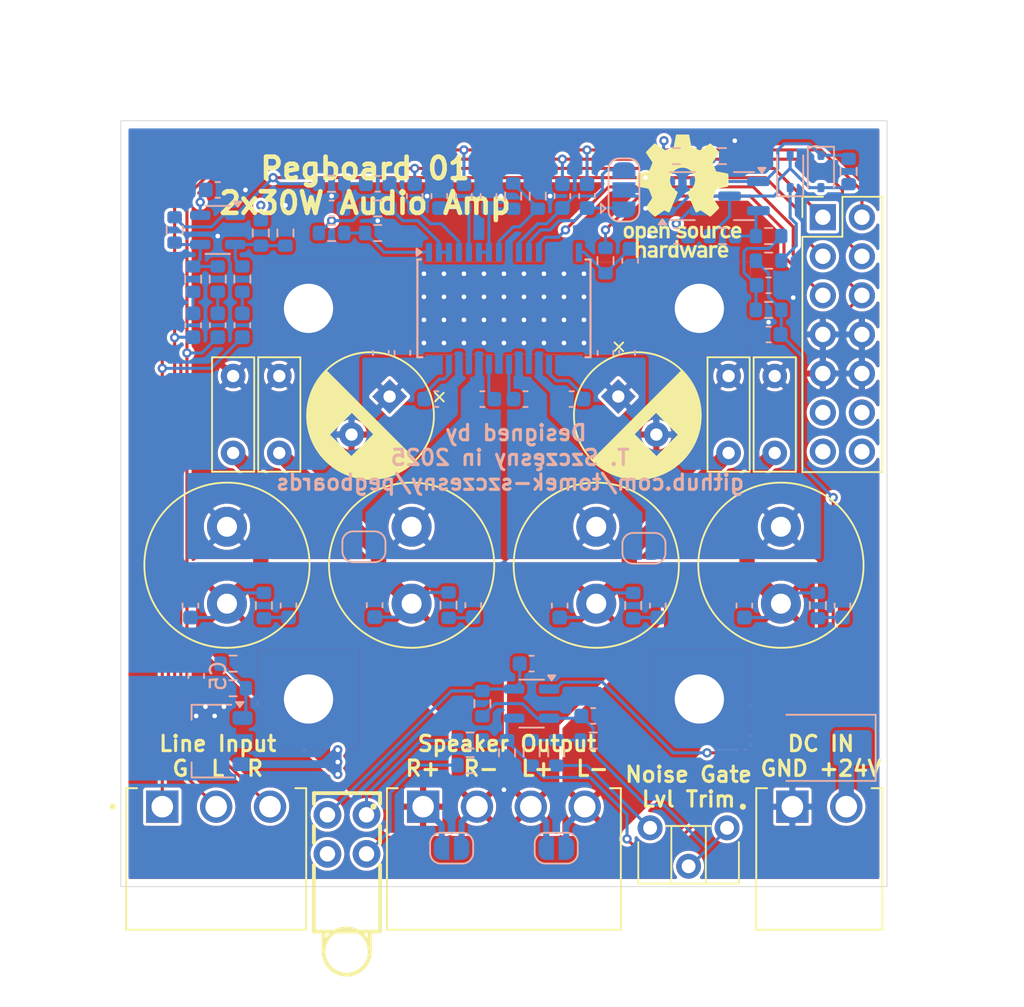
<source format=kicad_pcb>
(kicad_pcb (version 20240108) (generator "pcbnew") (generator_version "8.0")
  (layers (0 "F.Cu" signal) (1 "In1.Cu" signal) (2 "In2.Cu" signal) (31 "B.Cu" signal) (34 "B.Paste" user) (35 "F.Paste" user) (36 "B.SilkS" user "B.Silkscreen") (37 "F.SilkS" user "F.Silkscreen") (38 "B.Mask" user) (39 "F.Mask" user) (44 "Edge.Cuts" user))
  (net 0 "")
  (net 1 "GND")
  (net 2 "Net-(C1-Pad2)")
  (net 3 "Net-(C2-Pad2)")
  (net 4 "Net-(C3-Pad2)")
  (net 5 "/PEAK")
  (net 6 "Net-(C14-Pad1)")
  (net 7 "Net-(U4-INPR)")
  (net 8 "Net-(U4-INNR)")
  (net 9 "Net-(JP1-B)")
  (net 10 "Net-(JP1-A)")
  (net 11 "Net-(U4-GVDD)")
  (net 12 "+24V")
  (net 13 "Net-(U4-SYNC)")
  (net 14 "Net-(JP2-B)")
  (net 15 "Net-(U4-BSPR)")
  (net 16 "Net-(JP2-A)")
  (net 17 "Net-(U4-BSNR)")
  (net 18 "Net-(JP3-B)")
  (net 19 "Net-(U4-BSPL)")
  (net 20 "/R+")
  (net 21 "/R-")
  (net 22 "/L+")
  (net 23 "/L-")
  (net 24 "Net-(JP3-A)")
  (net 25 "Net-(U4-BNSL)")
  (net 26 "+12V")
  (net 27 "/INL")
  (net 28 "/ING")
  (net 29 "/INR")
  (net 30 "/SYNC")
  (net 31 "/EN")
  (net 32 "/MUTE")
  (net 33 "Net-(C37-Pad2)")
  (net 34 "Net-(C38-Pad2)")
  (net 35 "Net-(C39-Pad2)")
  (net 36 "Net-(C6-Pad2)")
  (net 37 "Net-(C40-Pad2)")
  (net 38 "Net-(D1-K)")
  (net 39 "Net-(D1-A)")
  (net 40 "Net-(D1-COM)")
  (net 41 "Net-(D3-K)")
  (net 42 "Net-(D4-A2)")
  (net 43 "Net-(D4-A1)")
  (net 44 "/SUM")
  (net 45 "Net-(U2-ADJ)")
  (net 46 "Net-(U4-GAIN{slash}SLV)")
  (net 47 "Net-(U4-MODSEL)")
  (net 48 "Net-(U3-+)")
  (net 49 "Net-(R18-Pad2)")
  (net 50 "Net-(R18-Pad1)")
  (net 51 "Net-(U5--)")
  (net 52 "Net-(U5-+)")
  (footprint "libs:LED-TH_MHK2396YGBTD" (layer "F.Cu") (at 180.3 135.8)
    (property "Reference" "D4" (hide yes))
    (property "Value" "MHK2396YGBTD")
  )
  (footprint "Inductor_THT:L_Radial_D10.5mm_P5.00mm_Abacron_AISR-01" (layer "F.Cu") (at 196.5 115.8 -90)
    (property "Reference" "L3" (hide yes))
    (property "Value" "RFS1113-103ME")
  )
  (footprint "Inductor_THT:L_Radial_D10.5mm_P5.00mm_Abacron_AISR-01" (layer "F.Cu") (at 172.5 115.8 -90)
    (property "Reference" "L1" (hide yes))
    (property "Value" "RFS1113-103ME")
  )
  (footprint "Capacitor_THT:C_Rect_L7.2mm_W2.5mm_P5.00mm_FKS2_FKP2_MKS2_MKP2" (layer "F.Cu") (at 175.9 111 90)
    (property "Reference" "C30" (hide yes))
    (property "Value" "B32529C684J")
  )
  (footprint "Capacitor_THT:CP_Radial_D8.0mm_P3.50mm" (layer "F.Cu") (at 183.068601 107.331399 -135)
    (property "Reference" "C27" (hide yes))
    (property "Value" "EEUFR1V221")
  )
  (footprint "Capacitor_THT:C_Rect_L7.2mm_W2.5mm_P5.00mm_FKS2_FKP2_MKS2_MKP2" (layer "F.Cu") (at 172.9 106 -90)
    (property "Reference" "C29" (hide yes))
    (property "Value" "B32529C684J")
  )
  (footprint "Capacitor_THT:C_Rect_L7.2mm_W2.5mm_P5.00mm_FKS2_FKP2_MKS2_MKP2" (layer "F.Cu") (at 208.1 106 -90)
    (property "Reference" "C32" (hide yes))
    (property "Value" "B32529C684J")
  )
  (footprint "Potentiometer_THT:Potentiometer_Piher_PT-6-H_Horizontal" (layer "F.Cu") (at 205 135.375 -90)
    (property "Reference" "RV1" (hide yes))
    (property "Value" "PT6KH-103A2020")
  )
  (footprint "libs:CUI_TBP03R1-350-04BE" (layer "F.Cu") (at 185.2475 134)
    (property "Reference" "J4" (hide yes))
    (property "Value" "CUI 3.5mm")
  )
  (footprint "Connector_PinHeader_2.54mm:PinHeader_2x07_P2.54mm_Vertical" (layer "F.Cu") (at 211.225 95.675)
    (property "Reference" "J3" (hide yes))
    (property "Value" "Conn_02x07_Odd_Even")
  )
  (footprint "MountingHole:MountingHole_3.2mm_M3_DIN965_Pad" (layer "F.Cu") (at 203.2 101.6)
    (property "Reference" "H3" (hide yes))
    (property "Value" "M3")
  )
  (footprint "Symbol:OSHW-Logo_7.5x8mm_SilkScreen" (layer "F.Cu") (at 202.1 94.3)
    (property "Reference" "SYM1" (hide yes))
    (property "Value" "Logo_Open_Hardware_Small" (hide yes))
  )
  (footprint "MountingHole:MountingHole_3.2mm_M3_DIN965_Pad" (layer "F.Cu") (at 177.8 101.6)
    (property "Reference" "H1" (hide yes))
    (property "Value" "M3")
  )
  (footprint "Capacitor_THT:C_Rect_L7.2mm_W2.5mm_P5.00mm_FKS2_FKP2_MKS2_MKP2" (layer "F.Cu") (at 205.1 111 90)
    (property "Reference" "C31" (hide yes))
    (property "Value" "B32529C684J")
  )
  (footprint "Capacitor_THT:CP_Radial_D8.0mm_P3.50mm" (layer "F.Cu") (at 197.931399 107.331399 -45)
    (property "Reference" "C28" (hide yes))
    (property "Value" "EEUFR1V221")
  )
  (footprint "MountingHole:MountingHole_3.2mm_M3_DIN965_Pad" (layer "F.Cu") (at 203.2 127)
    (property "Reference" "H4" (hide yes))
    (property "Value" "M3")
  )
  (footprint "Inductor_THT:L_Radial_D10.5mm_P5.00mm_Abacron_AISR-01" (layer "F.Cu") (at 208.5 115.8 -90)
    (property "Reference" "L4" (hide yes))
    (property "Value" "RFS1113-103ME")
  )
  (footprint "MountingHole:MountingHole_3.2mm_M3_DIN965_Pad" (layer "F.Cu") (at 177.8 127)
    (property "Reference" "H2" (hide yes))
    (property "Value" "M3")
  )
  (footprint "Inductor_THT:L_Radial_D10.5mm_P5.00mm_Abacron_AISR-01" (layer "F.Cu") (at 184.5 115.8 -90)
    (property "Reference" "L2" (hide yes))
    (property "Value" "RFS1113-103ME")
  )
  (footprint "libs:CUI_TBP03R1-350-02BE" (layer "F.Cu") (at 209.2475 134)
    (property "Reference" "J1" (hide yes))
    (property "Value" "CUI 3.5mm")
  )
  (footprint "libs:CUI_TBP03R1-350-03BE" (layer "F.Cu") (at 168.2975 134)
    (property "Reference" "J2" (hide yes))
    (property "Value" "CUI 3.5mm")
  )
  (footprint "Resistor_SMD:R_0603_1608Metric" (layer "B.Cu") (at 182.3 96.7 180)
    (property "Reference" "R25" (hide yes))
    (property "Value" "0R")
  )
  (footprint "Package_TO_SOT_SMD:SOT-23-5" (layer "B.Cu") (at 192.3 127.3 180)
    (property "Reference" "U3" (hide yes))
    (property "Value" "TL331BIDBVR")
  )
  (footprint "Capacitor_SMD:C_0603_1608Metric" (layer "B.Cu") (at 191.9 107.5)
    (property "Reference" "C21" (hide yes))
    (property "Value" "220n 50V")
  )
  (footprint "Resistor_SMD:R_0603_1608Metric" (layer "B.Cu") (at 186.9 120.9 -90)
    (property "Reference" "R28" (hide yes))
    (property "Value" "3R3")
  )
  (footprint "Resistor_SMD:R_0603_1608Metric" (layer "B.Cu") (at 171.9 99.7 90)
    (property "Reference" "R3" (hide yes))
    (property "Value" "200k")
  )
  (footprint "Capacitor_SMD:C_0603_1608Metric" (layer "B.Cu") (at 206.125 120.925 -90)
    (property "Reference" "C36" (hide yes))
    (property "Value" "1n 35V")
  )
  (footprint "Capacitor_SMD:C_0603_1608Metric" (layer "B.Cu") (at 183.9 104.5 90)
    (property "Reference" "C23" (hide yes))
    (property "Value" "1n 35V")
  )
  (footprint "Capacitor_SMD:C_0603_1608Metric" (layer "B.Cu") (at 170.5 125.5 90)
    (property "Reference" "C5")
    (property "Value" "1u 50V")
  )
  (footprint "Jumper:SolderJumper-2_P1.3mm_Open_RoundedPad1.0x1.5mm" (layer "B.Cu") (at 193.9 136.7 180)
    (property "Reference" "JP5" (hide yes))
    (property "Value" "Jumper2")
  )
  (footprint "Resistor_SMD:R_0603_1608Metric" (layer "B.Cu") (at 188.3 129.7 180)
    (property "Reference" "R19" (hide yes))
    (property "Value" "10k")
  )
  (footprint "Resistor_SMD:R_0603_1608Metric" (layer "B.Cu") (at 190.7 130.5 90)
    (property "Reference" "R33" (hide yes))
    (property "Value" "10k")
  )
  (footprint "Capacitor_SMD:C_0603_1608Metric" (layer "B.Cu") (at 207.7 103.3)
    (property "Reference" "C7" (hide yes))
    (property "Value" "1u 50V")
  )
  (footprint "Resistor_SMD:R_0603_1608Metric" (layer "B.Cu") (at 179.3 93.5)
    (property "Reference" "R16" (hide yes))
    (property "Value" "1k")
  )
  (footprint "Capacitor_SMD:C_0603_1608Metric" (layer "B.Cu") (at 195.9 94.3 -90)
    (property "Reference" "C13" (hide yes))
    (property "Value" "1u 50V")
  )
  (footprint "Jumper:SolderJumper-3_P1.3mm_Open_RoundedPad1.0x1.5mm" (layer "B.Cu") (at 198.3 93.9 90)
    (property "Reference" "JP1" (hide yes))
    (property "Value" "Jumper3")
  )
  (footprint "Resistor_SMD:R_0603_1608Metric" (layer "B.Cu") (at 188.3 131.3 180)
    (property "Reference" "R20" (hide yes))
    (property "Value" "10k")
  )
  (footprint "Capacitor_SMD:C_0603_1608Metric" (layer "B.Cu") (at 200.5 120.925 -90)
    (property "Reference" "C39" (hide yes))
    (property "Value" "1n 35V")
  )
  (footprint "Capacitor_SMD:C_0603_1608Metric" (layer "B.Cu") (at 192.3 124.7)
    (property "Reference" "C15" (hide yes))
    (property "Value" "100n 35V")
  )
  (footprint "Jumper:SolderJumper-2_P1.3mm_Open_RoundedPad1.0x1.5mm" (layer "B.Cu") (at 199.6 117.2 180)
    (property "Reference" "JP3" (hide yes))
    (property "Value" "Jumper2")
  )
  (footprint "Capacitor_SMD:C_0603_1608Metric" (layer "B.Cu") (at 170.125 120.925 -90)
    (property "Reference" "C33" (hide yes))
    (property "Value" "1n 35V")
  )
  (footprint "Resistor_SMD:R_0603_1608Metric" (layer "B.Cu") (at 169.1 96.5 90)
    (property "Reference" "R12" (hide yes))
    (property "Value" "100k")
  )
  (footprint "Capacitor_SMD:C_0603_1608Metric" (layer "B.Cu") (at 198.5 104.5 90)
    (property "Reference" "C26" (hide yes))
    (property "Value" "100n 35V")
  )
  (footprint "Capacitor_SMD:C_0603_1608Metric" (layer "B.Cu") (at 194.3 94.3 -90)
    (property "Reference" "C12" (hide yes))
    (property "Value" "1u 50V")
  )
  (footprint "Diode_SMD:D_SOD-323" (layer "B.Cu") (at 209.1 92.7 90)
    (property "Reference" "D3" (hide yes))
    (property "Value" "1N4148WS")
  )
  (footprint "Resistor_SMD:R_0603_1608Metric" (layer "B.Cu") (at 179.3 96.7)
    (property "Reference" "R26" (hide yes))
    (property "Value" "0R")
  )
  (footprint "Package_TO_SOT_SMD:SOT-23-5" (layer "B.Cu") (at 171.9 96.5 180)
    (property "Reference" "U5" (hide yes))
    (property "Value" "TL071HIDBVR")
  )
  (footprint "Capacitor_SMD:C_0603_1608Metric" (layer "B.Cu") (at 194.125 120.925 -90)
    (property "Reference" "C35" (hide yes))
    (property "Value" "1n 35V")
  )
  (footprint "Resistor_SMD:R_0603_1608Metric" (layer "B.Cu") (at 192.7 94.3 90)
    (property "Reference" "R23" (hide yes))
    (property "Value" "5k6")
  )
  (footprint "Capacitor_SMD:C_0603_1608Metric" (layer "B.Cu") (at 171.9 102.7 90)
    (property "Reference" "C1" (hide yes))
    (property "Value" "1u 50V")
  )
  (footprint "Capacitor_SMD:C_0603_1608Metric" (layer "B.Cu") (at 188.5 120.9 -90)
    (property "Reference" "C38" (hide yes))
    (property "Value" "1n 35V")
  )
  (footprint "Resistor_SMD:R_0603_1608Metric" (layer "B.Cu") (at 204.7 96.9 180)
    (property "Reference" "R11" (hide yes))
    (property "Value" "470k")
  )
  (footprint "Capacitor_SMD:C_0603_1608Metric" (layer "B.Cu") (at 201.7 96.9 180)
    (property "Reference" "C42" (hide yes))
    (property "Value" "100n 35V")
  )
  (footprint "Capacitor_SMD:C_0603_1608Metric" (layer "B.Cu") (at 189.1 107.5 180)
    (property "Reference" "C20" (hide yes))
    (property "Value" "220n 50V")
  )
  (footprint "Capacitor_SMD:C_0603_1608Metric" (layer "B.Cu") (at 194.9 107.5 180)
    (property "Reference" "C22" (hide yes))
    (property "Value" "220n 50V")
  )
  (footprint "Resistor_SMD:R_0603_1608Metric" (layer "B.Cu") (at 210.9 120.925 -90)
    (property "Reference" "R30" (hide yes))
    (property "Value" "3R3")
  )
  (footprint "Resistor_SMD:R_0603_1608Metric" (layer "B.Cu") (at 172.9 126.3 180)
    (property "Reference" "R8" (hide yes))
    (property "Value" "1k5")
  )
  (footprint "Resistor_SMD:R_0603_1608Metric" (layer "B.Cu") (at 182.3 95.1)
    (property "Reference" "R24" (hide yes))
    (property "Value" "100k")
  )
  (footprint "Resistor_SMD:R_0603_1608Metric" (layer "B.Cu") (at 204.7 91.7)
    (property "Reference" "R1" (hide yes))
    (property "Value" "10k")
  )
  (footprint "Resistor_SMD:R_0603_1608Metric" (layer "B.Cu") (at 174.9 120.925 -90)
    (property "Reference" "R27" (hide yes))
    (property "Value" "3R3")
  )
  (footprint "Resistor_SMD:R_0603_1608Metric" (layer "B.Cu") (at 176.3 96.7 90)
    (property "Reference" "R6" (hide yes))
    (property "Value" "200k")
  )
  (footprint "Capacitor_SMD:C_0603_1608Metric" (layer "B.Cu") (at 184.7 94.3 -90)
    (property "Reference" "C10" (hide yes))
    (property "Value" "1u 50V")
  )
  (footprint "Capacitor_SMD:C_0603_1608Metric" (layer "B.Cu") (at 171.9 93.9)
    (property "Reference" "C41" (hide yes))
    (property "Value" "100n 35V")
  )
  (footprint "Capacitor_SMD:C_0603_1608Metric" (layer "B.Cu") (at 182.3 93.5)
    (property "Reference" "C14" (hide yes))
    (property "Value" "1u 50V")
  )
  (footprint "Package_TO_SOT_SMD:SOT-23" (layer "B.Cu") (at 206.1 94.3 180)
    (property "Reference" "D1" (hide yes))
    (property "Value" "BAT54S")
  )
  (footprint "Capacitor_SMD:C_0603_1608Metric" (layer "B.Cu") (at 176.5 120.925 -90)
    (property "Reference" "C37" (hide yes))
    (property "Value" "1n 35V")
  )
  (footprint "Capacitor_SMD:C_0603_1608Metric" (layer "B.Cu") (at 170.3 102.7 90)
    (property "Reference" "C2" (hide yes))
    (property "Value" "1u 50V")
  )
  (footprint "Resistor_SMD:R_0603_1608Metric" (layer "B.Cu") (at 172.9 124.7 180)
    (property "Reference" "R9" (hide yes))
    (property "Value" "13k")
  )
  (footprint "Capacitor_SMD:C_0603_1608Metric" (layer "B.Cu") (at 198.7 98.5 90)
    (property "Reference" "C18" (hide yes))
    (property "Value" "1n 35V")
  )
  (footprint "Package_TO_SOT_SMD:SOT-23-5" (layer "B.Cu") (at 202.1 94.3)
    (property "Reference" "U1" (hide yes))
    (property "Value" "TL071HIDBVR")
  )
  (footprint "Package_SO:HTSSOP-32-1EP_6.1x11mm_P0.65mm_EP5.2x11mm_Mask4.11x4.36mm_ThermalVias" (layer "B.Cu") (at 190.5 101.6 -90)
    (property "Reference" "U4" (hide yes))
    (property "Value" "TPA3118D2")
  )
  (footprint "Capacitor_SMD:C_0603_1608Metric" (layer "B.Cu") (at 196.3 128.1)
    (property "Reference" "C4" (hide yes))
    (property "Value" "100n 35V")
  )
  (footprint "Resistor_SMD:R_0603_1608Metric" (layer "B.Cu") (at 201.7 91.7)
    (property "Reference" "R2" (hide yes))
    (property "Value" "10k")
  )
  (footprint "Resistor_SMD:R_0603_1608Metric" (layer "B.Cu") (at 189.1 127.3 90)
    (property "Reference" "R17" (hide yes))
    (property "Value" "100k")
  )
  (footprint "Resistor_SMD:R_0603_1608Metric" (layer "B.Cu") (at 212.9 92.7 90)
    (property "Reference" "R10" (hide yes))
    (property "Value" "1M")
  )
  (footprint "Package_TO_SOT_SMD:SOT-89-3" (layer "B.Cu") (at 171.562499 129.7375 180)
    (property "Reference" "U2" (hide yes))
    (property "Value" "LM317L_SOT-89")
  )
  (footprint "Resistor_SMD:R_0603_1608Metric" (layer "B.Cu") (at 173.5 99.7 90)
    (property "Reference" "R5" (hide yes))
    (property "Value" "100k")
  )
  (footprint "Resistor_SMD:R_0603_1608Metric" (layer "B.Cu") (at 207.7 101.7)
    (property "Reference" "R15" (hide yes))
    (property "Value" "100k")
  )
  (footprint "Capacitor_SMD:C_0603_1608Metric" (layer "B.Cu") (at 182.1 120.9 -90)
    (property "Reference" "C34" (hide yes))
    (property "Value" "1n 35V")
  )
  (footprint "Capacitor_SMD:C_0603_1608Metric" (layer "B.Cu") (at 212.5 120.925 -90)
    (property "Reference" "C40" (hide yes))
    (property "Value" "1n 35V")
  )
  (footprint "Resistor_SMD:R_0603_1608Metric" (layer "B.Cu") (at 192.3 130.5 -90)
    (property "Reference" "R31" (hide yes))
    (property "Value" "100k")
  )
  (footprint "Resistor_SMD:R_0603_1608Metric" (layer "B.Cu") (at 170.3 99.7 90)
    (property "Reference" "R4" (hide yes))
    (property "Value" "200k")
  )
  (footprint "Capacitor_SMD:C_0603_1608Metric" (layer "B.Cu") (at 182.5 104.5 90)
    (property "Reference" "C25" (hide yes))
    (property "Value" "100n 35V")
  )
  (footprint "Resistor_SMD:R_0603_1608Metric" (layer "B.Cu") (at 191.1 94.3 -90)
    (property "Reference" "R22" (hide yes))
    (property "Value" "DNI")
  )
  (footprint "Capacitor_SMD:C_0603_1608Metric" (layer "B.Cu") (at 197.1 104.5 90)
    (property "Reference" "C24" (hide yes))
    (property "Value" "1n 35V")
  )
  (footprint "Capacitor_SMD:C_0603_1608Metric" (layer "B.Cu") (at 187.9 94.3 -90)
    (property "Reference" "C11" (hide yes))
    (property "Value" "1u 50V")
  )
  (footprint "Jumper:SolderJumper-2_P1.3mm_Open_RoundedPad1.0x1.5mm" (layer "B.Cu") (at 181.4 117.1 180)
    (property "Reference" "JP2" (hide yes))
    (property "Value" "Jumper2")
  )
  (footprint "Resistor_SMD:R_0603_1608Metric" (layer "B.Cu") (at 196.3 129.7 180)
    (property "Reference" "R32" (hide yes))
    (property "Value" "330")
  )
  (footprint "Resistor_SMD:R_0603_1608Metric" (layer "B.Cu") (at 193.9 130.5 -90)
    (property "Reference" "R18" (hide yes))
    (property "Value" "100k")
  )
  (footprint "Capacitor_SMD:C_0603_1608Metric" (layer "B.Cu") (at 189.5 94.3 -90)
    (property "Reference" "C17" (hide yes))
    (property "Value" "1u 50V")
  )
  (footprint "Resistor_SMD:R_0603_1608Metric" (layer "B.Cu") (at 197.1 98.5 -90)
    (property "Reference" "R21" (hide yes))
    (property "Value" "4k7")
  )
  (footprint "Capacitor_SMD:C_0603_1608Metric" (layer "B.Cu") (at 186.3 94.3 -90)
    (property "Reference" "C16" (hide yes))
    (property "Value" "1u 50V")
  )
  (footprint "Resistor_SMD:R_0603_1608Metric" (layer "B.Cu") (at 198.9 120.925 -90)
    (property "Reference" "R29" (hide yes))
    (property "Value" "3R3")
  )
  (footprint "Resistor_SMD:R_0603_1608Metric" (layer "B.Cu") (at 207.7 96.9)
    (property "Reference" "R13" (hide yes))
    (property "Value" "100k")
  )
  (footprint "Diode_SMD:D_SOD-323" (layer "B.Cu") (at 211.1 92.7 -90)
    (property "Reference" "D2" (hide yes))
    (property "Value" "1N4148WS")
  )
  (footprint "Jumper:SolderJumper-2_P1.3mm_Open_RoundedPad1.0x1.5mm" (layer "B.Cu") (at 187.1 136.7)
    (property "Reference" "JP4" (hide yes))
    (property "Value" "Jumper2")
  )
  (footprint "Capacitor_SMD:C_0603_1608Metric" (layer "B.Cu") (at 207.7 100.1 180)
    (property "Reference" "C6" (hide yes))
    (property "Value" "100n 35V")
  )
  (footprint "Resistor_SMD:R_0603_1608Metric" (layer "B.Cu") (at 174.7 96.7 -90)
    (property "Reference" "R7" (hide yes))
    (property "Value" "200k")
  )
  (footprint "Capacitor_SMD:C_0603_1608Metric" (layer "B.Cu") (at 186.1 107.5)
    (property "Reference" "C19" (hide yes))
    (property "Value" "220n 50V")
  )
  (footprint "Capacitor_SMD:C_0603_1608Metric" (layer "B.Cu") (at 179.3 95.1)
    (property "Reference" "C9" (hide yes))
    (property "Value" "1u 50V")
  )
  (footprint "Capacitor_SMD:C_0603_1608Metric" (layer "B.Cu") (at 173.5 102.7 90)
    (property "Reference" "C3" (hide yes))
    (property "Value" "1u 50V")
  )
  (footprint "Diode_SMD:D_SMB" (layer "B.Cu") (at 211 130.175 180)
    (property "Reference" "D5" (hide yes))
    (property "Value" "SM6T24A")
  )
  (footprint "Resistor_SMD:R_0603_1608Metric" (layer "B.Cu") (at 207.7 98.5 180)
    (property "Reference" "R14" (hide yes))
    (property "Value" "1k")
  )
  (gr_line (start 165.6 139.2) (end 215.4 139.2) (stroke (width 0.05)) (layer "Edge.Cuts"))
  (gr_line (start 215.4 139.2) (end 215.4 89.4) (stroke (width 0.05)) (layer "Edge.Cuts"))
  (gr_line (start 165.6 139.2) (end 165.6 89.4) (stroke (width 0.05)) (layer "Edge.Cuts"))
  (gr_line (start 165.6 89.4) (end 215.4 89.4) (stroke (width 0.05)) (layer "Edge.Cuts"))
  (gr_text "Designed by \nT. Szczęsny in 2025\ngithub.com/tomek-szczesny/pegboards\n" (at 190.9 113.5 0) (layer "B.SilkS") (effects (font (size 1 1) (thickness 0.2) (bold yes)) (justify bottom mirror)))
  (gr_text "Pegboard 01\n2x30W Audio Amp" (at 181.475 95.575 0) (layer "F.SilkS") (effects (font (size 1.4 1.4) (thickness 0.3) (bold yes)) (justify bottom)))
  (gr_text "Line Input\nG  L  R" (at 171.9 132.1 0) (layer "F.SilkS") (effects (font (size 1 1) (thickness 0.2) (bold yes)) (justify bottom)))
  (gr_text "DC IN\nGND +24V" (at 211.1 132.1 0) (layer "F.SilkS") (effects (font (size 1 1) (thickness 0.2) (bold yes)) (justify bottom)))
  (gr_text "Noise Gate\nLvl Trim" (at 202.5 134.1 0) (layer "F.SilkS") (effects (font (size 1 1) (thickness 0.2) (bold yes)) (justify bottom)))
  (gr_text "Speaker Output\nR+  R-  L+  L-" (at 190.7 132.1 0) (layer "F.SilkS") (effects (font (size 1 1) (thickness 0.2) (bold yes)) (justify bottom)))
  (via (at 171.9 96.9) (size 0.6) (drill 0.3) (layers "F.Cu" "B.Cu") (net 1))
  (via (at 185.5 94.3) (size 0.6) (drill 0.3) (layers "F.Cu" "B.Cu") (net 1))
  (via (at 199.95 96.9) (size 0.6) (drill 0.3) (layers "F.Cu" "B.Cu") (net 1))
  (via (at 179.3 94.3) (size 0.6) (drill 0.3) (layers "F.Cu" "B.Cu") (net 1))
  (via (at 199.7 95.1) (size 0.6) (drill 0.3) (layers "F.Cu" "B.Cu") (net 1))
  (via (at 193.5 94.3) (size 0.6) (drill 0.3) (layers "F.Cu" "B.Cu") (net 1))
  (via (at 173.7 93.9) (size 0.6) (drill 0.3) (layers "F.Cu" "B.Cu") (net 1))
  (via (at 190.5 132.9) (size 0.6) (drill 0.3) (layers "F.Cu" "B.Cu") (net 1))
  (via (at 209.3 100.9) (size 0.6) (drill 0.3) (layers "F.Cu" "B.Cu") (net 1))
  (via (at 190.3 94.3) (size 0.6) (drill 0.3) (layers "F.Cu" "B.Cu") (net 1))
  (via (at 182.3 95.9) (size 0.6) (drill 0.3) (layers "F.Cu" "B.Cu") (net 1))
  (via (at 176.3 94.9) (size 0.6) (drill 0.3) (layers "F.Cu" "B.Cu") (net 1))
  (via (at 207.7 102.5) (size 0.6) (drill 0.3) (layers "F.Cu" "B.Cu") (net 1))
  (via (at 205.5 90.7) (size 0.6) (drill 0.3) (layers "F.Cu" "B.Cu") (net 1))
  (segment (start 205.525 91.7) (end 205.525 90.725) (width 0.2) (layer "B.Cu") (net 1))
  (segment (start 194.075 97.95) (end 194.075 100.524999) (width 0.4) (layer "B.Cu") (net 1))
  (segment (start 199.9 94.9) (end 199.7 95.1) (width 0.2) (layer "B.Cu") (net 1))
  (segment (start 206.925 103.275) (end 207.7 102.5) (width 0.2) (layer "B.Cu") (net 1))
  (segment (start 176.3 95.875) (end 176.3 94.9) (width 0.2) (layer "B.Cu") (net 1))
  (segment (start 186.275 93.525) (end 185.5 94.3) (width 0.2) (layer "B.Cu") (net 1))
  (segment (start 206.925 103.3) (end 206.925 103.275) (width 0.2) (layer "B.Cu") (net 1))
  (segment (start 178.525 95.1) (end 178.525 95.075) (width 0.2) (layer "B.Cu") (net 1))
  (segment (start 193.425 99.874999) (end 194.4 100.849999) (width 0.4) (layer "B.Cu") (net 1))
  (segment (start 190.7 131.325) (end 189.15 131.325) (width 0.2) (layer "B.Cu") (net 1))
  (segment (start 189.15 131.325) (end 189.125 131.3) (width 0.2) (layer "B.Cu") (net 1))
  (segment (start 185.275 99.325) (end 185.3 99.35) (width 0.2) (layer "B.Cu") (net 1))
  (segment (start 200.9625 94.3) (end 199.9 94.3) (width 0.2) (layer "B.Cu") (net 1))
  (segment (start 192.125 105.25) (end 192.125 103.225) (width 0.4) (layer "B.Cu") (net 1))
  (segment (start 190.7 132.7) (end 190.7 131.325) (width 0.2) (layer "B.Cu") (net 1))
  (segment (start 190.175 105.25) (end 190.175 104.175) (width 0.4) (layer "B.Cu") (net 1))
  (segment (start 173.0375 96.5) (end 172.3 96.5) (width 0.2) (layer "B.Cu") (net 1))
  (segment (start 188.225 105.25) (end 188.225 104.175) (width 0.4) (layer "B.Cu") (net 1))
  (segment (start 208.5 100.1) (end 209.3 100.9) (width 0.2) (layer "B.Cu") (net 1))
  (segment (start 192.125 103.225) (end 190.5 101.6) (width 0.4) (layer "B.Cu") (net 1))
  (segment (start 178.525 95.075) (end 179.3 94.3) (width 0.2) (layer "B.Cu") (net 1))
  (segment (start 193.425 97.95) (end 193.425 99.874999) (width 0.4) (layer "B.Cu") (net 1))
  (segment (start 205.525 91.7) (end 205.45 91.7) (width 0.2) (layer "B.Cu") (net 1))
  (segment (start 192.7 93.5) (end 193.5 94.3) (width 0.2) (layer "B.Cu") (net 1))
  (segment (start 188.225 103.875) (end 190.5 101.6) (width 0.4) (layer "B.Cu") (net 1))
  (segment (start 194.725 100.524999) (end 194.4 100.849999) (width 0.4) (layer "B.Cu") (net 1))
  (segment (start 194.075 100.524999) (end 194.4 100.849999) (width 0.4) (layer "B.Cu") (net 1))
  (segment (start 190.175 104.175) (end 190.5 103.85) (width 0.4) (layer "B.Cu") (net 1))
  (segment (start 183.1 96.7) (end 182.3 95.9) (width 0.2) (layer "B.Cu") (net 1))
  (segment (start 183.125 96.7) (end 183.1 96.7) (width 0.2) (layer "B.Cu") (net 1))
  (segment (start 199.9 94.3) (end 199.9 94.9) (width 0.2) (layer "B.Cu") (net 1))
  (segment (start 188.225 105.25) (end 188.225 103.875) (width 0.4) (layer "B.Cu") (net 1))
  (segment (start 205.525 90.725) (end 205.5 90.7) (width 0.2) (layer "B.Cu") (net 1))
  (segment (start 190.825 100.525) (end 190.5 100.85) (width 0.4) (layer "B.Cu") (net 1))
  (segment (start 190.5 132.9) (end 190.7 132.7) (width 0.2) (layer "B.Cu") (net 1))
  (segment (start 172.3 96.5) (end 171.9 96.9) (width 0.2) (layer "B.Cu") (net 1))
  (segment (start 199.9 94.3) (end 198.7 94.3) (width 0.2) (layer "B.Cu") (net 1))
  (segment (start 190.175 101.925) (end 190.5 101.6) (width 0.5) (layer "B.Cu") (net 1))
  (segment (start 192.7 93.475) (end 192.7 93.5) (width 0.2) (layer "B.Cu") (net 1))
  (segment (start 194.725 97.95) (end 194.725 100.524999) (width 0.4) (layer "B.Cu") (net 1))
  (segment (start 192.7 93.475) (end 192.675 93.475) (width 0.2) (layer "B.Cu") (net 1))
  (segment (start 208.475 100.1) (end 208.5 100.1) (width 0.2) (layer "B.Cu") (net 1))
  (segment (start 190.825 97.95) (end 190.825 100.525) (width 0.4) (layer "B.Cu") (net 1))
  (segment (start 198.7 94.3) (end 198.3 93.9) (width 0.2) (layer "B.Cu") (net 1))
  (segment (start 192.675 93.45) (end 192.7 93.475) (width 0.2) (layer "B.Cu") (net 1))
  (segment (start 189.5 93.525) (end 189.525 93.525) (width 0.2) (layer "B.Cu") (net 1))
  (segment (start 189.525 93.525) (end 190.3 94.3) (width 0.2) (layer "B.Cu") (net 1))
  (segment (start 186.3 93.525) (end 186.275 93.525) (width 0.2) (layer "B.Cu") (net 1))
  (segment (start 200.925 96.9) (end 199.95 96.9) (width 0.2) (layer "B.Cu") (net 1))
  (segment (start 172.675 93.9) (end 173.7 93.9) (width 0.2) (layer "B.Cu") (net 1))
  (segment (start 188.225 104.175) (end 187.9 103.85) (width 0.4) (layer "B.Cu") (net 1))
  (segment (start 171.9 101.925) (end 171.9 100.525) (width 0.2) (layer "B.Cu") (net 2))
  (segment (start 170.3 101.925) (end 170.3 100.525) (width 0.2) (layer "B.Cu") (net 3))
  (segment (start 173.5 101.925) (end 173.5 100.525) (width 0.2) (layer "B.Cu") (net 4))
  (segment (start 211.9 113.9) (end 211.9 123.7) (width 0.2) (layer "F.Cu") (net 5))
  (segment (start 211.9 124.3) (end 211.9 123.7) (width 0.2) (layer "F.Cu") (net 5))
  (segment (start 205.7 130.5) (end 211.9 124.3) (width 0.2) (layer "F.Cu") (net 5))
  (segment (start 205.7 130.5) (end 203.7 130.5) (width 0.2) (layer "F.Cu") (net 5))
  (via (at 211.9 113.9) (size 0.6) (drill 0.3) (layers "F.Cu" "B.Cu") (net 5))
  (via (at 203.7 130.5) (size 0.6) (drill 0.3) (layers "F.Cu" "B.Cu") (net 5))
  (segment (start 208.525 101.7) (end 208.525 103.25) (width 0.2) (layer "B.Cu") (net 5))
  (segment (start 194.3 125.9) (end 193.85 126.35) (width 0.2) (layer "B.Cu") (net 5))
  (segment (start 208.525 103.25) (end 208.475 103.3) (width 0.2) (layer "B.Cu") (net 5))
  (segment (start 207.7 100.875) (end 208.525 101.7) (width 0.2) (layer "B.Cu") (net 5))
  (segment (start 203.7 130.5) (end 201.5 130.5) (width 0.2) (layer "B.Cu") (net 5))
  (segment (start 207.7 99.325) (end 207.7 100.875) (width 0.2) (layer "B.Cu") (net 5))
  (segment (start 209.9 104.725) (end 209.9 111.9) (width 0.2) (layer "B.Cu") (net 5))
  (segment (start 193.85 126.35) (end 193.4375 126.35) (width 0.2) (layer "B.Cu") (net 5))
  (segment (start 206.875 98.5) (end 207.7 99.325) (width 0.2) (layer "B.Cu") (net 5))
  (segment (start 209.7 104.525) (end 209.9 104.725) (width 0.2) (layer "B.Cu") (net 5))
  (segment (start 201.5 130.5) (end 196.9 125.9) (width 0.2) (layer "B.Cu") (net 5))
  (segment (start 209.9 111.9) (end 211.9 113.9) (width 0.2) (layer "B.Cu") (net 5))
  (segment (start 208.475 103.3) (end 209.7 104.525) (width 0.2) (layer "B.Cu") (net 5))
  (segment (start 194.3 125.9) (end 196.9 125.9) (width 0.2) (layer "B.Cu") (net 5))
  (segment (start 181.525 93.5) (end 180.125 93.5) (width 0.2) (layer "B.Cu") (net 6))
  (segment (start 180.075 93.55) (end 180.125 93.5) (width 0.2) (layer "B.Cu") (net 6))
  (segment (start 180.075 95.1) (end 180.075 93.55) (width 0.2) (layer "B.Cu") (net 6))
  (segment (start 185.725 96.1) (end 184.7 95.075) (width 0.2) (layer "B.Cu") (net 7))
  (segment (start 187.25 96.925) (end 186.425 96.1) (width 0.2) (layer "B.Cu") (net 7))
  (segment (start 187.575 97.25) (end 187.25 96.925) (width 0.2) (layer "B.Cu") (net 7))
  (segment (start 186.425 96.1) (end 185.725 96.1) (width 0.2) (layer "B.Cu") (net 7))
  (segment (start 184.7 95.125) (end 183.075 93.5) (width 0.2) (layer "B.Cu") (net 7))
  (segment (start 187.575 97.95) (end 187.575 97.25) (width 0.2) (layer "B.Cu") (net 7))
  (segment (start 184.7 95.175) (end 184.7 95.125) (width 0.2) (layer "B.Cu") (net 7))
  (segment (start 186.3 95.075) (end 187.9 95.075) (width 0.2) (layer "B.Cu") (net 8))
  (segment (start 188.225 97.95) (end 188.225 95.4) (width 0.2) (layer "B.Cu") (net 8))
  (segment (start 188.225 95.4) (end 187.9 95.075) (width 0.2) (layer "B.Cu") (net 8))
  (segment (start 194.125 95.075) (end 194.3 95.075) (width 0.2) (layer "B.Cu") (net 9))
  (segment (start 192.7 96.1) (end 193.275 96.1) (width 0.2) (layer "B.Cu") (net 9))
  (segment (start 195.075 94.3) (end 196.5 94.3) (width 0.2) (layer "B.Cu") (net 9))
  (segment (start 191.475 97.95) (end 191.475 97.325) (width 0.2) (layer "B.Cu") (net 9))
  (segment (start 194.3 95.075) (end 195.075 94.3) (width 0.2) (layer "B.Cu") (net 9))
  (segment (start 197.2 92.6) (end 198.3 92.6) (width 0.2) (layer "B.Cu") (net 9))
  (segment (start 191.475 97.325) (end 192.7 96.1) (width 0.2) (layer "B.Cu") (net 9))
  (segment (start 196.5 94.3) (end 196.9 93.9) (width 0.2) (layer "B.Cu") (net 9))
  (segment (start 193.275 96.1) (end 194.3 95.075) (width 0.2) (layer "B.Cu") (net 9))
  (segment (start 196.9 92.9) (end 197.2 92.6) (width 0.2) (layer "B.Cu") (net 9))
  (segment (start 196.9 93.9) (end 196.9 92.9) (width 0.2) (layer "B.Cu") (net 9))
  (segment (start 194.1 95.9) (end 195.075 95.9) (width 0.2) (layer "B.Cu") (net 10))
  (segment (start 192.125 97.95) (end 192.125 97.275) (width 0.2) (layer "B.Cu") (net 10))
  (segment (start 198.175 95.075) (end 198.3 95.2) (width 0.2) (layer "B.Cu") (net 10))
  (segment (start 195.9 95.075) (end 198.175 95.075) (width 0.2) (layer "B.Cu") (net 10))
  (segment (start 192.9 96.5) (end 193.5 96.5) (width 0.2) (layer "B.Cu") (net 10))
  (segment (start 193.5 96.5) (end 194.1 95.9) (width 0.2) (layer "B.Cu") (net 10))
  (segment (start 195.075 95.9) (end 195.9 95.075) (width 0.2) (layer "B.Cu") (net 10))
  (segment (start 192.125 97.275) (end 192.9 96.5) (width 0.2) (layer "B.Cu") (net 10))
  (segment (start 188.875 97.95) (end 189.525 97.95) (width 0.2) (layer "B.Cu") (net 11))
  (segment (start 189.55 95.125) (end 189.5 95.075) (width 0.2) (layer "B.Cu") (net 11))
  (segment (start 189.525 95.1) (end 189.5 95.075) (width 0.2) (layer "B.Cu") (net 11))
  (segment (start 189.525 97.95) (end 189.525 95.1) (width 0.2) (layer "B.Cu") (net 11))
  (segment (start 191.1 95.125) (end 189.55 95.125) (width 0.2) (layer "B.Cu") (net 11))
  (via (at 179.3 95.9) (size 0.6) (drill 0.3) (layers "F.Cu" "B.Cu") (net 12))
  (via (at 179.7 130.3) (size 0.6) (drill 0.3) (layers "F.Cu" "B.Cu") (net 12))
  (via (at 179.7 131.1) (size 0.6) (drill 0.3) (layers "F.Cu" "B.Cu") (net 12))
  (via (at 179.7 131.9) (size 0.6) (drill 0.3) (layers "F.Cu" "B.Cu") (net 12))
  (segment (start 179.7 130.3) (end 179.7 130.4375) (width 0.5) (layer "B.Cu") (net 12))
  (segment (start 177.9 131.2375) (end 178.9 131.2375) (width 0.5) (layer "B.Cu") (net 12))
  (segment (start 178.5 96.7) (end 179.3 95.9) (width 0.2) (layer "B.Cu") (net 12))
  (segment (start 212.7475 134) (end 212.7475 130.5775) (width 1) (layer "B.Cu") (net 12))
  (segment (start 180.675 95.9) (end 179.3 95.9) (width 0.2) (layer "B.Cu") (net 12))
  (segment (start 173.512499 131.2375) (end 177.9 131.2375) (width 0.5) (layer "B.Cu") (net 12))
  (segment (start 179.5625 131.2375) (end 179.7 131.1) (width 0.5) (layer "B.Cu") (net 12))
  (segment (start 178.475 96.7) (end 178.5 96.7) (width 0.2) (layer "B.Cu") (net 12))
  (segment (start 179.7 130.3) (end 178.7625 131.2375) (width 0.5) (layer "B.Cu") (net 12))
  (segment (start 181.475 95.1) (end 180.675 95.9) (width 0.2) (layer "B.Cu") (net 12))
  (segment (start 212.7475 130.5775) (end 213.15 130.175) (width 1) (layer "B.Cu") (net 12))
  (segment (start 178.9 131.2375) (end 179.5625 131.2375) (width 0.5) (layer "B.Cu") (net 12))
  (segment (start 179.7 131.9) (end 179.0375 131.2375) (width 0.5) (layer "B.Cu") (net 12))
  (segment (start 179.0375 131.2375) (end 178.9 131.2375) (width 0.5) (layer "B.Cu") (net 12))
  (segment (start 179.7 130.3) (end 179.7 131.9) (width 0.5) (layer "B.Cu") (net 12))
  (segment (start 178.7625 131.2375) (end 177.9 131.2375) (width 0.5) (layer "B.Cu") (net 12))
  (segment (start 179.7 130.4375) (end 178.9 131.2375) (width 0.5) (layer "B.Cu") (net 12))
  (segment (start 195.725 97.95) (end 197.1 99.325) (width 0.2) (layer "B.Cu") (net 13))
  (segment (start 197.1 99.325) (end 198.7 97.725) (width 0.2) (layer "B.Cu") (net 13))
  (segment (start 195.375 97.95) (end 195.725 97.95) (width 0.2) (layer "B.Cu") (net 13))
  (segment (start 186.925 105.875) (end 186.6 106.2) (width 0.2) (layer "B.Cu") (net 15))
  (segment (start 185.325 107.175) (end 186.3 106.2) (width 0.2) (layer "B.Cu") (net 15))
  (segment (start 186.3 106.2) (end 186.6 106.2) (width 0.2) (layer "B.Cu") (net 15))
  (segment (start 186.925 105.25) (end 186.925 105.875) (width 0.2) (layer "B.Cu") (net 15))
  (segment (start 185.325 107.5) (end 185.325 107.175) (width 0.2) (layer "B.Cu") (net 15))
  (segment (start 189.525 105.25) (end 189.525 107.45) (width 0.2) (layer "B.Cu") (net 17))
  (segment (start 190.825 107.4) (end 190.925 107.5) (width 0.2) (layer "B.Cu") (net 19))
  (segment (start 190.825 105.25) (end 190.825 107.4) (width 0.2) (layer "B.Cu") (net 19))
  (segment (start 172.5 120.8) (end 174.7 118.6) (width 1) (layer "F.Cu") (net 20))
  (segment (start 174.7 118.6) (end 174.7 112.8) (width 1) (layer "F.Cu") (net 20))
  (segment (start 174.7 112.8) (end 172.9 111) (width 1) (layer "F.Cu") (net 20))
  (segment (start 170.125 121.7) (end 171.6 121.7) (width 0.2) (layer "B.Cu") (net 20))
  (segment (start 173.2 120.1) (end 172.5 120.8) (width 0.2) (layer "B.Cu") (net 20))
  (segment (start 186.450001 135.202501) (end 185.2475 134) (width 0.4) (layer "B.Cu") (net 20))
  (segment (start 171.6 121.7) (end 172.5 120.8) (width 0.2) (layer "B.Cu") (net 20))
  (segment (start 174.9 120.1) (end 173.2 120.1) (width 0.2) (layer "B.Cu") (net 20))
  (segment (start 186.450001 136.7) (end 186.450001 135.202501) (width 0.4) (layer "B.Cu") (net 20))
  (segment (start 175.9 111) (end 182.35 117.45) (width 1) (layer "F.Cu") (net 21))
  (segment (start 182.35 118.65) (end 184.5 120.8) (width 1) (layer "F.Cu") (net 21))
  (segment (start 182.35 117.45) (end 182.35 118.65) (width 1) (layer "F.Cu") (net 21))
  (segment (start 187.749999 136.7) (end 187.749999 134.997501) (width 0.4) (layer "B.Cu") (net 21))
  (segment (start 183.625 121.675) (end 184.5 120.8) (width 0.2) (layer "B.Cu") (net 21))
  (segment (start 185.225 120.075) (end 184.5 120.8) (width 0.2) (layer "B.Cu") (net 21))
  (segment (start 186.9 120.075) (end 185.225 120.075) (width 0.2) (layer "B.Cu") (net 21))
  (segment (start 182.1 121.675) (end 183.625 121.675) (width 0.2) (layer "B.Cu") (net 21))
  (segment (start 187.749999 134.997501) (end 188.7475 134) (width 0.4) (layer "B.Cu") (net 21))
  (segment (start 198.65 118.65) (end 196.5 120.8) (width 1) (layer "F.Cu") (net 22))
  (segment (start 198.65 117.45) (end 198.65 118.65) (width 1) (layer "F.Cu") (net 22))
  (segment (start 205.1 111) (end 198.65 117.45) (width 1) (layer "F.Cu") (net 22))
  (segment (start 193.250001 136.7) (end 193.250001 135.002502) (width 0.4) (layer "B.Cu") (net 22))
  (segment (start 198.9 120.1) (end 197.2 120.1) (width 0.2) (layer "B.Cu") (net 22))
  (segment (start 194.125 121.7) (end 195.6 121.7) (width 0.2) (layer "B.Cu") (net 22))
  (segment (start 193.250001 135.002502) (end 192.247499 134) (width 0.4) (layer "B.Cu") (net 22))
  (segment (start 195.6 121.7) (end 196.5 120.8) (width 0.2) (layer "B.Cu") (net 22))
  (segment (start 197.2 120.1) (end 196.5 120.8) (width 0.2) (layer "B.Cu") (net 22))
  (segment (start 206.3 118.6) (end 206.3 112.8) (width 1) (layer "F.Cu") (net 23))
  (segment (start 208.5 120.8) (end 206.3 118.6) (width 1) (layer "F.Cu") (net 23))
  (segment (start 206.3 112.8) (end 208.1 111) (width 1) (layer "F.Cu") (net 23))
  (segment (start 207.6 121.7) (end 208.5 120.8) (width 0.2) (layer "B.Cu") (net 23))
  (segment (start 209.2 120.1) (end 208.5 120.8) (width 0.2) (layer "B.Cu") (net 23))
  (segment (start 206.125 121.7) (end 207.6 121.7) (width 0.2) (layer "B.Cu") (net 23))
  (segment (start 210.9 120.1) (end 209.2 120.1) (width 0.2) (layer "B.Cu") (net 23))
  (segment (start 194.549999 136.7) (end 194.549999 135.197501) (width 0.4) (layer "B.Cu") (net 23))
  (segment (start 194.549999 135.197501) (end 195.7475 134) (width 0.4) (layer "B.Cu") (net 23))
  (segment (start 193.425 105.25) (end 193.425 105.825) (width 0.2) (layer "B.Cu") (net 25))
  (segment (start 193.425 105.825) (end 193.9 106.3) (width 0.2) (layer "B.Cu") (net 25))
  (segment (start 195.675 107.275) (end 194.7 106.3) (width 0.2) (layer "B.Cu") (net 25))
  (segment (start 195.675 107.5) (end 195.675 107.275) (width 0.2) (layer "B.Cu") (net 25))
  (segment (start 193.9 106.3) (end 194.7 106.3) (width 0.2) (layer "B.Cu") (net 25))
  (via (at 201.7 96.1) (size 0.6) (drill 0.3) (layers "F.Cu" "B.Cu") (net 26))
  (via (at 172.3 127.5) (size 0.6) (drill 0.3) (layers "F.Cu" "B.Cu") (net 26))
  (via (at 200.9 90.7) (size 0.6) (drill 0.3) (layers "F.Cu" "B.Cu") (net 26))
  (via (at 171.7 128.1) (size 0.6) (drill 0.3) (layers "F.Cu" "B.Cu") (net 26))
  (via (at 171.1 127.5) (size 0.6) (drill 0.3) (layers "F.Cu" "B.Cu") (net 26))
  (via (at 174.7 94.9) (size 0.6) (drill 0.3) (layers "F.Cu" "B.Cu") (net 26))
  (via (at 170.5 128.1) (size 0.6) (drill 0.3) (layers "F.Cu" "B.Cu") (net 26))
  (via (at 170.7625 94.7) (size 0.6) (drill 0.3) (layers "F.Cu" "B.Cu") (net 26))
  (segment (start 191.525 124.7) (end 191.525 125.9875) (width 0.2) (layer "B.Cu") (net 26))
  (segment (start 179.03 134.53) (end 187.085 126.475) (width 0.2) (layer "B.Cu") (net 26))
  (segment (start 191.525 125.9875) (end 191.1625 126.35) (width 0.2) (layer "B.Cu") (net 26))
  (segment (start 187.085 126.475) (end 189.1 126.475) (width 0.2) (layer "B.Cu") (net 26))
  (segment (start 202.550001 95.249999) (end 201.7 96.1) (width 0.2) (layer "B.Cu") (net 26))
  (segment (start 170.7625 95.55) (end 170.7625 94.7) (width 0.2) (layer "B.Cu") (net 26))
  (segment (start 170.7625 94.7) (end 170.7625 94.2625) (width 0.2) (layer "B.Cu") (net 26))
  (segment (start 170.7625 94.2625) (end 171.125 93.9) (width 0.2) (layer "B.Cu") (net 26))
  (segment (start 203.2375 95.249999) (end 202.550001 95.249999) (width 0.2) (layer "B.Cu") (net 26))
  (segment (start 190.7625 126.35) (end 189.225 126.35) (width 0.2) (layer "B.Cu") (net 26))
  (segment (start 174.7 95.875) (end 174.7 94.9) (width 0.2) (layer "B.Cu") (net 26))
  (segment (start 189.225 126.35) (end 189.1 126.475) (width 0.2) (layer "B.Cu") (net 26))
  (segment (start 202.475 96.875) (end 201.7 96.1) (width 0.2) (layer "B.Cu") (net 26))
  (segment (start 202.475 96.9) (end 202.475 96.875) (width 0.2) (layer "B.Cu") (net 26))
  (segment (start 200.875 90.725) (end 200.9 90.7) (width 0.2) (layer "B.Cu") (net 26))
  (segment (start 200.875 91.7) (end 200.875 90.725) (width 0.2) (layer "B.Cu") (net 26))
  (segment (start 194.3 91.9) (end 193.3 91.9) (width 0.2) (layer "F.Cu") (net 27))
  (segment (start 210.5 91.9) (end 212.5 93.9) (width 0.2) (layer "F.Cu") (net 27))
  (segment (start 169.1 103.5) (end 169.1 94.3) (width 0.2) (layer "F.Cu") (net 27))
  (segment (start 212.5 93.9) (end 212.5 96.5) (width 0.2) (layer "F.Cu") (net 27))
  (segment (start 171.7975 134) (end 169.1 131.3025) (width 0.2) (layer "F.Cu") (net 27))
  (segment (start 194.3 91.9) (end 210.5 91.9) (width 0.2) (layer "F.Cu") (net 27))
  (segment (start 169.1 94.3) (end 171.5 91.9) (width 0.2) (layer "F.Cu") (net 27))
  (segment (start 169.1 131.3025) (end 169.1 103.5) (width 0.2) (layer "F.Cu") (net 27))
  (segment (start 212.5 96.95) (end 212.5 96.5) (width 0.2) (layer "F.Cu") (net 27))
  (segment (start 213.765 98.215) (end 212.5 96.95) (width 0.2) (layer "F.Cu") (net 27))
  (segment (start 171.5 91.9) (end 193.5 91.9) (width 0.2) (layer "F.Cu") (net 27))
  (via (at 169.1 103.5) (size 0.6) (drill 0.3) (layers "F.Cu" "B.Cu") (net 27))
  (via (at 194.3 91.9) (size 0.6) (drill 0.3) (layers "F.Cu" "B.Cu") (net 27))
  (segment (start 169.125 103.475) (end 169.1 103.5) (width 0.2) (layer "B.Cu") (net 27))
  (segment (start 194.3 93.525) (end 194.3 91.9) (width 0.2) (layer "B.Cu") (net 27))
  (segment (start 170.3 103.475) (end 169.125 103.475) (width 0.2) (layer "B.Cu") (net 27))
  (segment (start 211.1 91.3) (end 213.765 93.965) (width 0.2) (layer "F.Cu") (net 28))
  (segment (start 195.9 91.3) (end 211.1 91.3) (width 0.2) (layer "F.Cu") (net 28))
  (segment (start 171.3 91.3) (end 187.9 91.3) (width 0.2) (layer "F.Cu") (net 28))
  (segment (start 195.9 91.3) (end 187.9 91.3) (width 0.2) (layer "F.Cu") (net 28))
  (segment (start 213.765 93.965) (end 213.765 95.675) (width 0.2) (layer "F.Cu") (net 28))
  (segment (start 168.2975 134) (end 168.2975 105.5) (width 0.2) (layer "F.Cu") (net 28))
  (segment (start 168.2975 94.3025) (end 171.3 91.3) (width 0.2) (layer "F.Cu") (net 28))
  (segment (start 168.2975 105.5) (end 168.2975 94.3025) (width 0.2) (layer "F.Cu") (net 28))
  (via (at 187.9 91.3) (size 0.6) (drill 0.3) (layers "F.Cu" "B.Cu") (net 28))
  (via (at 168.2975 105.5) (size 0.6) (drill 0.3) (layers "F.Cu" "B.Cu") (net 28))
  (via (at 195.9 91.3) (size 0.6) (drill 0.3) (layers "F.Cu" "B.Cu") (net 28))
  (segment (start 187.9 93.525) (end 187.9 91.3) (width 0.2) (layer "B.Cu") (net 28))
  (segment (start 171.475 105.5) (end 168.2975 105.5) (width 0.2) (layer "B.Cu") (net 28))
  (segment (start 173.5 103.475) (end 171.475 105.5) (width 0.2) (layer "B.Cu") (net 28))
  (segment (start 195.9 91.3) (end 195.9 93.525) (width 0.2) (layer "B.Cu") (net 28))
  (segment (start 208.05 92.5) (end 207.1 92.5) (width 0.2) (layer "F.Cu") (net 29))
  (segment (start 169.9 104.5) (end 169.9 94.3) (width 0.2) (layer "F.Cu") (net 29))
  (segment (start 184.7 92.5) (end 207.1 92.5) (width 0.2) (layer "F.Cu") (net 29))
  (segment (start 211.225 95.675) (end 208.05 92.5) (width 0.2) (layer "F.Cu") (net 29))
  (segment (start 211.225 96.275) (end 211.225 96.225) (width 0.2) (layer "F.Cu") (net 29))
  (segment (start 171.7 92.5) (end 184.7 92.5) (width 0.2) (layer "F.Cu") (net 29))
  (segment (start 175.2975 134) (end 169.9 128.6025) (width 0.2) (layer "F.Cu") (net 29))
  (segment (start 169.9 128.6025) (end 169.9 104.5) (width 0.2) (layer "F.Cu") (net 29))
  (segment (start 169.9 94.3) (end 171.7 92.5) (width 0.2) (layer "F.Cu") (net 29))
  (via (at 184.7 92.5) (size 0.6) (drill 0.3) (layers "F.Cu" "B.Cu") (net 29))
  (via (at 169.9 104.5) (size 0.6) (drill 0.3) (layers "F.Cu" "B.Cu") (net 29))
  (segment (start 171.9 103.475) (end 170.875 104.5) (width 0.2) (layer "B.Cu") (net 29))
  (segment (start 184.7 93.525) (end 184.7 92.5) (width 0.2) (layer "B.Cu") (net 29))
  (segment (start 170.875 104.5) (end 169.9 104.5) (width 0.2) (layer "B.Cu") (net 29))
  (segment (start 199.3 94.3) (end 197.1 96.5) (width 0.2) (layer "F.Cu") (net 30))
  (segment (start 208.7 97.7) (end 208.7 96.5) (width 0.2) (layer "F.Cu") (net 30))
  (segment (start 208.7 96.5) (end 206.5 94.3) (width 0.2) (layer "F.Cu") (net 30))
  (segment (start 208.7 98.23) (end 208.7 97.7) (width 0.2) (layer "F.Cu") (net 30))
  (segment (start 206.5 94.3) (end 199.3 94.3) (width 0.2) (layer "F.Cu") (net 30))
  (segment (start 211.225 100.755) (end 208.7 98.23) (width 0.2) (layer "F.Cu") (net 30))
  (via (at 197.1 96.5) (size 0.6) (drill 0.3) (layers "F.Cu" "B.Cu") (net 30))
  (segment (start 197.1 97.675) (end 197.1 96.5) (width 0.2) (layer "B.Cu") (net 30))
  (segment (start 186.275 97.275) (end 184.9 95.9) (width 0.2) (layer "B.Cu") (net 31))
  (segment (start 183.925 95.9) (end 183.125 95.1) (width 0.2) (layer "B.Cu") (net 31))
  (segment (start 186.275 97.95) (end 186.275 97.275) (width 0.2) (layer "B.Cu") (net 31))
  (segment (start 186.925 97.95) (end 186.275 97.95) (width 0.2) (layer "B.Cu") (net 31))
  (segment (start 184.9 95.9) (end 183.925 95.9) (width 0.2) (layer "B.Cu") (net 31))
  (segment (start 213.765 100.755) (end 212.51 99.5) (width 0.2) (layer "F.Cu") (net 32))
  (segment (start 199.3 136.9) (end 201.1 136.9) (width 0.2) (layer "F.Cu") (net 32))
  (segment (start 209.3 98.1) (end 209.3 97.5) (width 0.2) (layer "F.Cu") (net 32))
  (segment (start 206.3 131.7) (end 206.9 131.7) (width 0.2) (layer "F.Cu") (net 32))
  (segment (start 210.7 99.5) (end 209.3 98.1) (width 0.2) (layer "F.Cu") (net 32))
  (segment (start 209.3 96.3) (end 206.7 93.7) (width 0.2) (layer "F.Cu") (net 32))
  (segment (start 213.5 113.7) (end 212.5 112.7) (width 0.2) (layer "F.Cu") (net 32))
  (segment (start 212.5 102.02) (end 213.765 100.755) (width 0.2) (layer "F.Cu") (net 32))
  (segment (start 212.5 112.7) (end 212.5 102.02) (width 0.2) (layer "F.Cu") (net 32))
  (segment (start 209.3 97.5) (end 209.3 96.3) (width 0.2) (layer "F.Cu") (net 32))
  (segment (start 198.5 136.1) (end 199.3 136.9) (width 0.2) (layer "F.Cu") (net 32))
  (segment (start 206.7 93.7) (end 197.3 93.7) (width 0.2) (layer "F.Cu") (net 32))
  (segment (start 213.5 125.1) (end 213.5 113.7) (width 0.2) (layer "F.Cu") (net 32))
  (segment (start 201.1 136.9) (end 206.3 131.7) (width 0.2) (layer "F.Cu") (net 32))
  (segment (start 206.9 131.7) (end 213.5 125.1) (width 0.2) (layer "F.Cu") (net 32))
  (segment (start 212.51 99.5) (end 210.7 99.5) (width 0.2) (layer "F.Cu") (net 32))
  (segment (start 197.3 93.7) (end 194.5 96.5) (width 0.2) (layer "F.Cu") (net 32))
  (via (at 194.5 96.5) (size 0.6) (drill 0.3) (layers "F.Cu" "B.Cu") (net 32))
  (via (at 198.5 136.1) (size 0.6) (drill 0.3) (layers "F.Cu" "B.Cu") (net 32))
  (segment (start 196.1 132.1) (end 198.5 134.5) (width 0.2) (layer "B.Cu") (net 32))
  (segment (start 193.075 132.1) (end 196.1 132.1) (width 0.2) (layer "B.Cu") (net 32))
  (segment (start 190.7 129.675) (end 190.7 128.3125) (width 0.2) (layer "B.Cu") (net 32))
  (segment (start 194.025 96.975) (end 194.5 96.5) (width 0.2) (layer "B.Cu") (net 32))
  (segment (start 192.775 97.375) (end 193.175 96.975) (width 0.2) (layer "B.Cu") (net 32))
  (segment (start 190.7 129.725) (end 192.3 131.325) (width 0.2) (layer "B.Cu") (net 32))
  (segment (start 190.7 129.675) (end 190.7 129.725) (width 0.2) (layer "B.Cu") (net 32))
  (segment (start 190.675 129.7) (end 190.7 129.675) (width 0.2) (layer "B.Cu") (net 32))
  (segment (start 193.175 96.975) (end 194.025 96.975) (width 0.2) (layer "B.Cu") (net 32))
  (segment (start 192.775 97.95) (end 192.775 97.375) (width 0.2) (layer "B.Cu") (net 32))
  (segment (start 191.1 128.3125) (end 191.1625 128.25) (width 0.2) (layer "B.Cu") (net 32))
  (segment (start 198.5 134.5) (end 198.5 136.1) (width 0.2) (layer "B.Cu") (net 32))
  (segment (start 192.3 131.325) (end 193.075 132.1) (width 0.2) (layer "B.Cu") (net 32))
  (segment (start 189.125 129.7) (end 190.675 129.7) (width 0.2) (layer "B.Cu") (net 32))
  (segment (start 174.95 121.7) (end 174.9 121.75) (width 0.2) (layer "B.Cu") (net 33))
  (segment (start 176.5 121.7) (end 174.95 121.7) (width 0.2) (layer "B.Cu") (net 33))
  (segment (start 186.9 121.725) (end 188.45 121.725) (width 0.2) (layer "B.Cu") (net 34))
  (segment (start 188.45 121.725) (end 188.5 121.675) (width 0.2) (layer "B.Cu") (net 34))
  (segment (start 200.5 121.7) (end 198.95 121.7) (width 0.2) (layer "B.Cu") (net 35))
  (segment (start 198.95 121.7) (end 198.9 121.75) (width 0.2) (layer "B.Cu") (net 35))
  (segment (start 206.3 97.7) (end 206.1 97.9) (width 0.2) (layer "B.Cu") (net 36))
  (segment (start 206.9 100) (end 207 100) (width 0.2) (layer "B.Cu") (net 36))
  (segment (start 208.525 96.9) (end 207.725 97.7) (width 0.2) (layer "B.Cu") (net 36))
  (segment (start 206.875 100.15) (end 206.925 100.1) (width 0.2) (layer "B.Cu") (net 36))
  (segment (start 206.1 99.275) (end 206.925 100.1) (width 0.2) (layer "B.Cu") (net 36))
  (segment (start 207.725 97.7) (end 206.3 97.7) (width 0.2) (layer "B.Cu") (net 36))
  (segment (start 206.875 101.7) (end 206.875 100.15) (width 0.2) (layer "B.Cu") (net 36))
  (segment (start 206.1 97.9) (end 206.1 99.275) (width 0.2) (layer "B.Cu") (net 36))
  (segment (start 210.95 121.7) (end 210.9 121.75) (width 0.2) (layer "B.Cu") (net 37))
  (segment (start 212.5 121.7) (end 210.95 121.7) (width 0.2) (layer "B.Cu") (net 37))
  (segment (start 205.525 96.9) (end 206.875 96.9) (width 0.2) (layer "B.Cu") (net 38))
  (segment (start 207.0375 95.25) (end 206.875 95.4125) (width 0.2) (layer "B.Cu") (net 38))
  (segment (start 206.875 95.4125) (end 206.875 96.9) (width 0.2) (layer "B.Cu") (net 38))
  (segment (start 206.85 96.9) (end 207 96.9) (width 0.2) (layer "B.Cu") (net 38))
  (segment (start 209.5 90.9) (end 208.7 90.9) (width 0.2) (layer "B.Cu") (net 39))
  (segment (start 202.6 91.7) (end 203.2375 92.3375) (width 0.2) (layer "B.Cu") (net 39))
  (segment (start 207.45 93.35) (end 208.3 92.5) (width 0.2) (layer "B.Cu") (net 39))
  (segment (start 202.825001 93.350001) (end 203.2375 93.350001) (width 0.2) (layer "B.Cu") (net 39))
  (segment (start 209.5 90.9) (end 210.35 90.9) (width 0.2) (layer "B.Cu") (net 39))
  (segment (start 203.2375 93.350001) (end 203.2375 92.3375) (width 0.2) (layer "B.Cu") (net 39))
  (segment (start 207.0375 93.35) (end 207.45 93.35) (width 0.2) (layer "B.Cu") (net 39))
  (segment (start 203.2375 92.3375) (end 203.875 91.7) (width 0.2) (layer "B.Cu") (net 39))
  (segment (start 208.7 90.9) (end 208.3 91.3) (width 0.2) (layer "B.Cu") (net 39))
  (segment (start 207.037499 93.350001) (end 207.0375 93.35) (width 0.2) (layer "B.Cu") (net 39))
  (segment (start 210.35 90.9) (end 211.1 91.65) (width 0.2) (layer "B.Cu") (net 39))
  (segment (start 212.675 91.65) (end 212.9 91.875) (width 0.2) (layer "B.Cu") (net 39))
  (segment (start 208.3 91.3) (end 208.3 92.5) (width 0.2) (layer "B.Cu") (net 39))
  (segment (start 202.525 91.7) (end 202.6 91.7) (width 0.2) (layer "B.Cu") (net 39))
  (segment (start 203.2375 93.350001) (end 207.037499 93.350001) (width 0.2) (layer "B.Cu") (net 39))
  (segment (start 211.1 91.65) (end 212.675 91.65) (width 0.2) (layer "B.Cu") (net 39))
  (segment (start 208.05 94.3) (end 208.3 94.05) (width 0.2) (layer "B.Cu") (net 40))
  (segment (start 200.9625 95.249999) (end 201.575001 95.249999) (width 0.2) (layer "B.Cu") (net 40))
  (segment (start 208.3 93.3) (end 209.1 92.5) (width 0.2) (layer "B.Cu") (net 40))
  (segment (start 202.525 94.3) (end 202.4 94.425) (width 0.2) (layer "B.Cu") (net 40))
  (segment (start 208.3 94.05) (end 208.3 93.3) (width 0.2) (layer "B.Cu") (net 40))
  (segment (start 210.35 93.75) (end 209.1 92.5) (width 0.2) (layer "B.Cu") (net 40))
  (segment (start 211.1 93.65) (end 211.1 93.75) (width 0.2) (layer "B.Cu") (net 40))
  (segment (start 203.875 96.9) (end 205.162499 95.612501) (width 0.2) (layer "B.Cu") (net 40))
  (segment (start 212.675 93.75) (end 212.9 93.525) (width 0.2) (layer "B.Cu") (net 40))
  (segment (start 201.575001 95.249999) (end 202.4 94.425) (width 0.2) (layer "B.Cu") (net 40))
  (segment (start 209.1 92.5) (end 209.1 91.65) (width 0.2) (layer "B.Cu") (net 40))
  (segment (start 205.162499 94.3) (end 202.525 94.3) (width 0.2) (layer "B.Cu") (net 40))
  (segment (start 211.1 93.75) (end 212.675 93.75) (width 0.2) (layer "B.Cu") (net 40))
  (segment (start 205.162499 94.3) (end 208.05 94.3) (width 0.2) (layer "B.Cu") (net 40))
  (segment (start 205.162499 95.612501) (end 205.162499 94.3) (width 0.2) (layer "B.Cu") (net 40))
  (segment (start 211.1 93.75) (end 210.35 93.75) (width 0.2) (layer "B.Cu") (net 40))
  (segment (start 209.1 95.7) (end 209.5 96.1) (width 0.2) (layer "B.Cu") (net 41))
  (segment (start 209.5 97.525) (end 209.5 96.1) (width 0.2) (layer "B.Cu") (net 41))
  (segment (start 209.1 93.75) (end 209.1 95.7) (width 0.2) (layer "B.Cu") (net 41))
  (segment (start 208.525 98.5) (end 209.5 97.525) (width 0.2) (layer "B.Cu") (net 41))
  (segment (start 181.57 137.07) (end 183.1 135.54) (width 0.2) (layer "B.Cu") (net 42))
  (segment (start 183.1 135.54) (end 183.1 133.1) (width 0.2) (layer "B.Cu") (net 42))
  (segment (start 183.1 133.1) (end 184.9 131.3) (width 0.2) (layer "B.Cu") (net 42))
  (segment (start 184.9 131.3) (end 187.675 131.3) (width 0.2) (layer "B.Cu") (net 42))
  (segment (start 181.57 134.53) (end 181.57 133.23) (width 0.2) (layer "B.Cu") (net 43))
  (segment (start 185.1 129.7) (end 187.675 129.7) (width 0.2) (layer "B.Cu") (net 43))
  (segment (start 181.57 133.23) (end 185.1 129.7) (width 0.2) (layer "B.Cu") (net 43))
  (segment (start 182.9 93.1) (end 199.7 93.1) (width 0.2) (layer "F.Cu") (net 44))
  (segment (start 209.9 95.5) (end 207.5 93.1) (width 0.2) (layer "F.Cu") (net 44))
  (segment (start 207.5 93.1) (end 206.7 93.1) (width 0.2) (layer "F.Cu") (net 44))
  (segment (start 209.9 96.89) (end 209.9 95.5) (width 0.2) (layer "F.Cu") (net 44))
  (segment (start 175.5 93.1) (end 182.9 93.1) (width 0.2) (layer "F.Cu") (net 44))
  (segment (start 206.7 93.1) (end 199.7 93.1) (width 0.2) (layer "F.Cu") (net 44))
  (segment (start 211.225 98.215) (end 209.9 96.89) (width 0.2) (layer "F.Cu") (net 44))
  (via (at 175.5 93.1) (size 0.6) (drill 0.3) (layers "F.Cu" "B.Cu") (net 44))
  (via (at 199.7 93.1) (size 0.6) (drill 0.3) (layers "F.Cu" "B.Cu") (net 44))
  (segment (start 169.725 96.3) (end 171.5 96.3) (width 0.2) (layer "B.Cu") (net 44))
  (segment (start 169.1 95.675) (end 169.725 96.3) (width 0.2) (layer "B.Cu") (net 44))
  (segment (start 173.0375 95.55) (end 172.25 95.55) (width 0.2) (layer "B.Cu") (net 44))
  (segment (start 199.7 93.1) (end 199.950001 93.350001) (width 0.2) (layer "B.Cu") (net 44))
  (segment (start 175.9 93.5) (end 175.5 93.1) (width 0.2) (layer "B.Cu") (net 44))
  (segment (start 173.0375 95.55) (end 173.05 95.55) (width 0.2) (layer "B.Cu") (net 44))
  (segment (start 173.05 95.55) (end 175.5 93.1) (width 0.2) (layer "B.Cu") (net 44))
  (segment (start 199.950001 93.350001) (end 200.9625 93.350001) (width 0.2) (layer "B.Cu") (net 44))
  (segment (start 172.25 95.55) (end 171.5 96.3) (width 0.2) (layer "B.Cu") (net 44))
  (segment (start 178.475 93.5) (end 175.9 93.5) (width 0.2) (layer "B.Cu") (net 44))
  (segment (start 173.725 126.3) (end 173.725 128.024999) (width 0.2) (layer "B.Cu") (net 45))
  (segment (start 172.075 124.7) (end 172.125 124.7) (width 0.2) (layer "B.Cu") (net 45))
  (segment (start 172.125 124.7) (end 173.725 126.3) (width 0.2) (layer "B.Cu") (net 45))
  (segment (start 173.725 128.024999) (end 173.512499 128.2375) (width 0.2) (layer "B.Cu") (net 45))
  (segment (start 191.525 96.3) (end 192.7 95.125) (width 0.2) (layer "B.Cu") (net 46))
  (segment (start 190.175 97.95) (end 190.175 97.225) (width 0.2) (layer "B.Cu") (net 46))
  (segment (start 192.7 95.125) (end 192.7 95.075) (width 0.2) (layer "B.Cu") (net 46))
  (segment (start 191.1 96.3) (end 191.525 96.3) (width 0.2) (layer "B.Cu") (net 46))
  (segment (start 190.175 97.225) (end 191.1 96.3) (width 0.2) (layer "B.Cu") (net 46))
  (segment (start 192.7 95.075) (end 191.1 93.475) (width 0.2) (layer "B.Cu") (net 46))
  (segment (start 180.125 96.7) (end 181.475 96.7) (width 0.2) (layer "B.Cu") (net 47))
  (segment (start 182.725 97.95) (end 181.475 96.7) (width 0.2) (layer "B.Cu") (net 47))
  (segment (start 185.625 97.95) (end 182.725 97.95) (width 0.2) (layer "B.Cu") (net 47))
  (segment (start 192.65 128.25) (end 191.7 127.3) (width 0.2) (layer "B.Cu") (net 48))
  (segment (start 195.525 128.1) (end 196.3 128.875) (width 0.2) (layer "B.Cu") (net 48))
  (segment (start 200.9 133.9) (end 203.7375 136.7375) (width 0.2) (layer "B.Cu") (net 48))
  (segment (start 203.7375 136.7375) (end 205 135.475) (width 0.2) (layer "B.Cu") (net 48))
  (segment (start 193.4375 128.25) (end 195.375 128.25) (width 0.2) (layer "B.Cu") (net 48))
  (segment (start 189.925 127.3) (end 189.1 128.125) (width 0.2) (layer "B.Cu") (net 48))
  (segment (start 193.4375 128.25) (end 192.65 128.25) (width 0.2) (layer "B.Cu") (net 48))
  (segment (start 199.7 133.9) (end 200.9 133.9) (width 0.2) (layer "B.Cu") (net 48))
  (segment (start 195.375 128.25) (end 195.525 128.1) (width 0.2) (layer "B.Cu") (net 48))
  (segment (start 196.3 130.5) (end 199.7 133.9) (width 0.2) (layer "B.Cu") (net 48))
  (segment (start 191.7 127.3) (end 189.925 127.3) (width 0.2) (layer "B.Cu") (net 48))
  (segment (start 202.5 137.975) (end 203.7375 136.7375) (width 0.2) (layer "B.Cu") (net 48))
  (segment (start 196.3 128.875) (end 196.3 130.5) (width 0.2) (layer "B.Cu") (net 48))
  (segment (start 193.9 131.325) (end 195.9 131.325) (width 0.2) (layer "B.Cu") (net 49))
  (segment (start 200 135.425) (end 200 135.475) (width 0.2) (layer "B.Cu") (net 49))
  (segment (start 195.9 131.325) (end 200 135.425) (width 0.2) (layer "B.Cu") (net 49))
  (segment (start 193.9 129.675) (end 195.45 129.675) (width 0.2) (layer "B.Cu") (net 50))
  (segment (start 195.45 129.675) (end 195.475 129.7) (width 0.2) (layer "B.Cu") (net 50))
  (segment (start 192.3 129.675) (end 193.9 129.675) (width 0.2) (layer "B.Cu") (net 50))
  (segment (start 170.7625 97.45) (end 169.225 97.45) (width 0.2) (layer "B.Cu") (net 51))
  (segment (start 170.7625 98.4125) (end 170.3 98.875) (width 0.2) (layer "B.Cu") (net 51))
  (segment (start 169.225 97.45) (end 169.1 97.325) (width 0.2) (layer "B.Cu") (net 51))
  (segment (start 170.7625 97.45) (end 170.7625 98.4125) (width 0.2) (layer "B.Cu") (net 51))
  (segment (start 171.9 98.875) (end 170.3 98.875) (width 0.2) (layer "B.Cu") (net 51))
  (segment (start 173.5 98.875) (end 173.0375 98.4125) (width 0.2) (layer "B.Cu") (net 52))
  (segment (start 176.3 97.525) (end 174.7 97.525) (width 0.2) (layer "B.Cu") (net 52))
  (segment (start 173.0375 98.4125) (end 173.0375 97.45) (width 0.2) (layer "B.Cu") (net 52))
  (segment (start 174.625 97.45) (end 174.7 97.525) (width 0.2) (layer "B.Cu") (net 52))
  (segment (start 173.0375 97.45) (end 174.625 97.45) (width 0.2) (layer "B.Cu") (net 52))
  (zone (net 21) (net_name "/R-") (layer "F.Cu") (priority 1) (connect_pads thru_hole_only (clearance 0.2)) (min_thickness 0.2) (fill yes (thermal_gap 0.2) (thermal_bridge_width 0.4))
    (polygon (pts (xy 187.1 135.7) (xy 190.3 135.7) (xy 190.5 135.5) (xy 190.5 118.3) (xy 190.3 118.1) (xy 180.5 118.1) (xy 180.5 122.1) (xy 187.1 128.7)))
  )
  (zone (net 20) (net_name "/R+") (layer "F.Cu") (priority 3) (connect_pads thru_hole_only (clearance 0.2)) (min_thickness 0.2) (fill yes (thermal_gap 0.2) (thermal_bridge_width 0.4))
    (polygon (pts (xy 186.9 135.7) (xy 183.1 135.7) (xy 170.5 123.1) (xy 170.5 118.1) (xy 180.3 118.1) (xy 180.3 122.3) (xy 186.9 128.9)))
  )
  (zone (net 22) (net_name "/L+") (layer "F.Cu") (priority 1) (connect_pads thru_hole_only (clearance 0.2)) (min_thickness 0.2) (fill yes (thermal_gap 0.2) (thermal_bridge_width 0.4))
    (polygon (pts (xy 194.1 135.7) (xy 190.9 135.7) (xy 190.7 135.5) (xy 190.7 118.3) (xy 190.9 118.1) (xy 200.7 118.1) (xy 200.7 122.1) (xy 194.1 128.7)))
  )
  (zone (net 23) (net_name "/L-") (layer "F.Cu") (priority 3) (connect_pads thru_hole_only (clearance 0.2)) (min_thickness 0.2) (fill yes (thermal_gap 0.2) (thermal_bridge_width 0.4))
    (polygon (pts (xy 194.3 135.7) (xy 198.1 135.7) (xy 210.7 123.1) (xy 210.7 118.1) (xy 200.9 118.1) (xy 200.9 122.3) (xy 194.3 128.9)))
  )
  (zone (net 1) (net_name "GND") (layers "F.Cu" "In1.Cu" "B.Cu") (connect_pads thru_hole_only (clearance 0.2)) (min_thickness 0.2) (fill yes (thermal_gap 0.2) (thermal_bridge_width 0.4))
    (polygon (pts (xy 163 86.8) (xy 163 144.3) (xy 218 144.3) (xy 218 86.8)))
  )
  (zone (net 1) (net_name "GND") (layers "F.Cu" "In1.Cu" "B.Cu") (priority 4) (connect_pads yes (clearance 0.2)) (min_thickness 0.2) (fill yes (thermal_gap 0.2) (thermal_bridge_width 0.4))
    (polygon (pts (xy 174.5 98.6) (xy 174.5 104.6) (xy 206.5 104.6) (xy 206.5 98.6)))
  )
  (zone (net 1) (net_name "GND") (layers "In1.Cu" "B.Cu") (priority 7) (connect_pads yes (clearance 0.2)) (min_thickness 0.2) (fill yes (thermal_gap 0.2) (thermal_bridge_width 0.4))
    (polygon (pts (xy 174.5 123.7) (xy 174.5 130.3) (xy 181.1 130.3) (xy 181.1 123.7)))
  )
  (zone (net 1) (net_name "GND") (layers "In1.Cu" "B.Cu") (priority 7) (connect_pads yes (clearance 0.2)) (min_thickness 0.2) (fill yes (thermal_gap 0.2) (thermal_bridge_width 0.4))
    (polygon (pts (xy 199.9 123.7) (xy 199.9 130.3) (xy 206.5 130.3) (xy 206.5 123.7)))
  )
  (zone (net 26) (net_name "+12V") (layer "B.Cu") (priority 6) (connect_pads thru_hole_only (clearance 0.2)) (min_thickness 0.2) (fill yes (thermal_gap 0.2) (thermal_bridge_width 0.4))
    (polygon (pts (xy 165.1 132.3) (xy 173.1 132.3) (xy 173.1 125.5) (xy 165.1 125.5)))
  )
  (zone (net 16) (net_name "Net-(JP2-A)") (layer "B.Cu") (priority 5) (connect_pads thru_hole_only (clearance 0.2)) (min_thickness 0.2) (fill yes (thermal_gap 0.2) (thermal_bridge_width 0.4))
    (polygon (pts (xy 190.3 117.9) (xy 181.5 117.9) (xy 181.5 114.9) (xy 187.7 108.7) (xy 187.7 106.9) (xy 188.3 106.3) (xy 188.3 104.3) (xy 190.3 104.3)))
  )
  (zone (net 14) (net_name "Net-(JP2-B)") (layer "B.Cu") (priority 5) (connect_pads thru_hole_only (clearance 0.2)) (min_thickness 0.2) (fill yes (thermal_gap 0.2) (thermal_bridge_width 0.4))
    (polygon (pts (xy 181.3 117.9) (xy 181.3 114.7) (xy 187.5 108.5) (xy 187.5 106.7) (xy 188.1 106.1) (xy 188.1 104.3) (xy 186.9 104.3) (xy 186.9 104.317661) (xy 184.7 107.900772) (xy 183.30883 107.908831) (xy 178.917661 112.3) (xy 169.9 112.3) (xy 169.9 117.9)))
  )
  (zone (net 18) (net_name "Net-(JP3-B)") (layer "B.Cu") (priority 5) (connect_pads thru_hole_only (clearance 0.2)) (min_thickness 0.2) (fill yes (thermal_gap 0.2) (thermal_bridge_width 0.4))
    (polygon (pts (xy 190.7 117.9) (xy 199.5 117.9) (xy 199.5 114.9) (xy 193.3 108.7) (xy 193.3 107.1) (xy 192.075 105.875) (xy 192.075 104.3) (xy 190.7 104.3)))
  )
  (zone (net 12) (net_name "+24V") (layer "B.Cu") (priority 4) (connect_pads thru_hole_only (clearance 0.2)) (min_thickness 0.2) (fill yes (thermal_gap 0.2) (thermal_bridge_width 0.4))
    (polygon (pts (xy 181.3 108.9) (xy 199.7 108.9) (xy 199.7 104.6) (xy 181.3 104.6)))
  )
  (zone (net 24) (net_name "Net-(JP3-A)") (layer "B.Cu") (priority 5) (connect_pads thru_hole_only (clearance 0.2)) (min_thickness 0.2) (fill yes (thermal_gap 0.2) (thermal_bridge_width 0.4))
    (polygon (pts (xy 199.7 117.9) (xy 199.7 114.7) (xy 193.5 108.5) (xy 193.5 107.1) (xy 192.1 105.7) (xy 192.1 104.3) (xy 193.5 104.3) (xy 193.5 105.1) (xy 196.294942 107.894942) (xy 197.692981 107.896904) (xy 202.096077 112.3) (xy 211.1 112.3) (xy 211.1 117.9)))
  )
)
</source>
